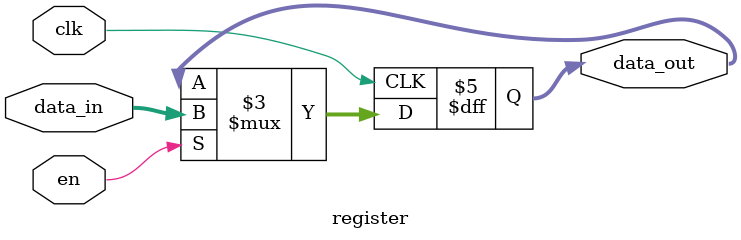
<source format=v>
`timescale 1ns/1ps

module register (//flip-flop de 32bits
  input		    clk,
  input             en,
  input    [31:0] data_in,   
  output reg [31:0] data_out    
);


always @ (posedge clk)//entra no ciclo quando o relógio está a ascender
   if (en == 1'd1) // se enable ativo, então o data_out = data_in
     data_out <= data_in;

endmodule

</source>
